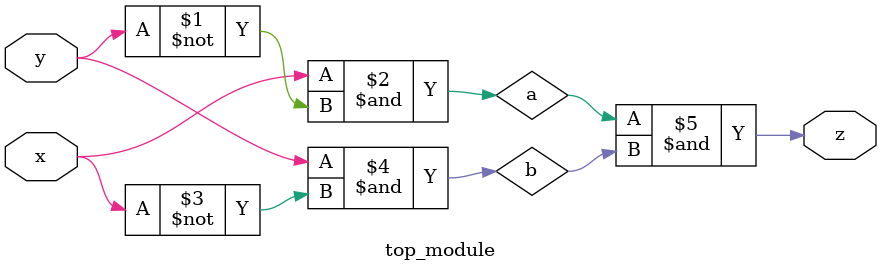
<source format=sv>
module top_module(
    input x,
    input y,
    output z);

    // Define internal wires
    wire a, b;

    // First gate
    assign a = x & ~y;

    // Second gate
    assign b = y & ~x;

    // Third gate
    assign z = a & b;
endmodule

</source>
